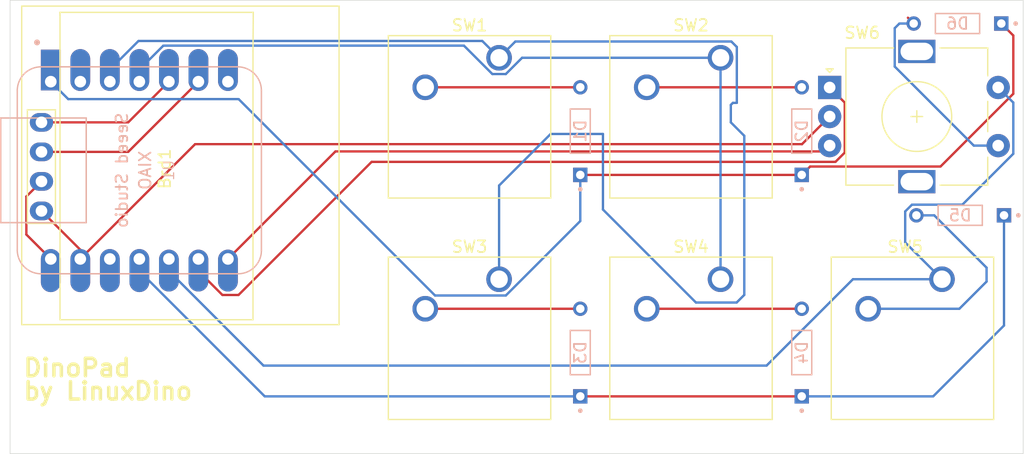
<source format=kicad_pcb>
(kicad_pcb (version 20240108) (generator "pcbnew") (generator_version "8.0")
  (layers (0 "F.Cu" signal) (31 "B.Cu" signal) (34 "B.Paste" user) (35 "F.Paste" user) (36 "B.SilkS" user "B.Silkscreen") (37 "F.SilkS" user "F.Silkscreen") (38 "B.Mask" user) (39 "F.Mask" user) (44 "Edge.Cuts" user))
  (net 0 "")
  (net 1 "GND")
  (net 2 "OLED_SCL")
  (net 3 "VCC")
  (net 4 "OLED_SDA")
  (net 5 "Row 0")
  (net 6 "Net-(D1-PadA)")
  (net 7 "Net-(D2-PadA)")
  (net 8 "Row 1")
  (net 9 "Net-(D3-PadA)")
  (net 10 "Net-(D4-PadA)")
  (net 11 "Net-(D5-PadA)")
  (net 12 "RSW_A")
  (net 13 "Column 0")
  (net 14 "Column 1")
  (net 15 "Column 2")
  (net 16 "RSW_B")
  (net 17 "RSW_S1")
  (net 21 "unconnected-(U1-PA4_A1_D1-Pad2)")
  (footprint "footprints:SSD1306 128x64 OLED" (layer "F.Cu") (at 110.295 83.215 90)
    (property "Reference" "Brd1" (at 0 0 90) (layer "F.SilkS"))
    (property "Value" "SSD1306")
    (fp_line (start 14 -12.3) (end 14 15) (stroke (width 0.12)) (layer "F.SilkS"))
    (fp_line (start -13.4 -12.3) (end 14 -12.3) (stroke (width 0.12)) (layer "F.SilkS"))
    (fp_line (start 5.08 -11.811) (end 5.08 -9.398) (stroke (width 0.12)) (layer "F.SilkS"))
    (fp_line (start -4.699 -11.811) (end 5.08 -11.811) (stroke (width 0.12)) (layer "F.SilkS"))
    (fp_line (start -4.699 -11.811) (end -4.699 -9.398) (stroke (width 0.12)) (layer "F.SilkS"))
    (fp_line (start 5.08 -9.398) (end -4.699 -9.398) (stroke (width 0.12)) (layer "F.SilkS"))
    (fp_line (start 13.462 -9.017) (end 13.208 -9.005) (stroke (width 0.12)) (layer "F.SilkS"))
    (fp_line (start 10.122 -9.005) (end 13.208 -9.005) (stroke (width 0.12)) (layer "F.SilkS"))
    (fp_line (start -12.978 -9.005) (end 10.122 -9.005) (stroke (width 0.12)) (layer "F.SilkS"))
    (fp_line (start 10.122 7.595) (end -12.978 7.595) (stroke (width 0.12)) (layer "F.SilkS"))
    (fp_line (start 10.122 7.595) (end 13.462 7.62) (stroke (width 0.12)) (layer "F.SilkS"))
    (fp_line (start -12.978 7.595) (end -12.978 -9.005) (stroke (width 0.12)) (layer "F.SilkS"))
    (fp_line (start 13.462 7.62) (end 13.462 -9.017) (stroke (width 0.12)) (layer "F.SilkS"))
    (fp_line (start 14 15) (end -13.4 15) (stroke (width 0.12)) (layer "F.SilkS"))
    (fp_line (start -13.4 15) (end -13.4 -12.3) (stroke (width 0.12)) (layer "F.SilkS"))
    (pad "1" thru_hole oval (at -3.62 -10.6 180) (size 2 1.6) (drill 1) (layers "*.Cu" "*.Mask") (net 1 "GND"))
    (pad "2" thru_hole oval (at -1.08 -10.6 180) (size 2 1.6) (drill 1) (layers "*.Cu" "*.Mask") (net 3 "VCC"))
    (pad "3" thru_hole oval (at 1.46 -10.6 180) (size 2 1.6) (drill 1) (layers "*.Cu" "*.Mask") (net 2 "OLED_SCL"))
    (pad "4" thru_hole oval (at 4 -10.6 180) (size 2 1.6) (drill 1) (layers "*.Cu" "*.Mask") (net 4 "OLED_SDA"))
  )
  (footprint "Button_Switch_Keyboard:SW_Cherry_MX_1.00u_PCB" (layer "F.Cu") (at 139.06 73.66)
    (property "Reference" "SW1" (at -2.54 -2.794 0) (layer "F.SilkS"))
    (property "Value" "SW_Push")
    (fp_line (start -9.525 -1.905) (end 4.445 -1.905) (stroke (width 0.12)) (layer "F.SilkS"))
    (fp_line (start -9.525 12.065) (end -9.525 -1.905) (stroke (width 0.12)) (layer "F.SilkS"))
    (fp_line (start 4.445 -1.905) (end 4.445 12.065) (stroke (width 0.12)) (layer "F.SilkS"))
    (fp_line (start 4.445 12.065) (end -9.525 12.065) (stroke (width 0.12)) (layer "F.SilkS"))
    (pad "" np_thru_hole circle (at -7.62 5.08) (size 1.7 1.7) (drill 1.7) (layers "*.Cu" "*.Mask"))
    (pad "" np_thru_hole circle (at -2.54 5.08) (size 4 4) (drill 4) (layers "*.Cu" "*.Mask"))
    (pad "" np_thru_hole circle (at 2.54 5.08) (size 1.7 1.7) (drill 1.7) (layers "*.Cu" "*.Mask"))
    (pad "1" thru_hole circle (at 0 0) (size 2.2 2.2) (drill 1.5) (layers "*.Cu" "*.Mask") (net 13 "Column 0"))
    (pad "2" thru_hole circle (at -6.35 2.54) (size 2.2 2.2) (drill 1.5) (layers "*.Cu" "*.Mask") (net 6 "Net-(D1-PadA)"))
  )
  (footprint "Button_Switch_Keyboard:SW_Cherry_MX_1.00u_PCB" (layer "F.Cu") (at 139.06 92.71)
    (property "Reference" "SW3" (at -2.54 -2.794 0) (layer "F.SilkS"))
    (property "Value" "SW_Push")
    (fp_line (start -9.525 -1.905) (end 4.445 -1.905) (stroke (width 0.12)) (layer "F.SilkS"))
    (fp_line (start -9.525 12.065) (end -9.525 -1.905) (stroke (width 0.12)) (layer "F.SilkS"))
    (fp_line (start 4.445 -1.905) (end 4.445 12.065) (stroke (width 0.12)) (layer "F.SilkS"))
    (fp_line (start 4.445 12.065) (end -9.525 12.065) (stroke (width 0.12)) (layer "F.SilkS"))
    (pad "" np_thru_hole circle (at -7.62 5.08) (size 1.7 1.7) (drill 1.7) (layers "*.Cu" "*.Mask"))
    (pad "" np_thru_hole circle (at -2.54 5.08) (size 4 4) (drill 4) (layers "*.Cu" "*.Mask"))
    (pad "" np_thru_hole circle (at 2.54 5.08) (size 1.7 1.7) (drill 1.7) (layers "*.Cu" "*.Mask"))
    (pad "1" thru_hole circle (at 0 0) (size 2.2 2.2) (drill 1.5) (layers "*.Cu" "*.Mask") (net 13 "Column 0"))
    (pad "2" thru_hole circle (at -6.35 2.54) (size 2.2 2.2) (drill 1.5) (layers "*.Cu" "*.Mask") (net 9 "Net-(D3-PadA)"))
  )
  (footprint "Rotary_Encoder:RotaryEncoder_Alps_EC11E-Switch_Vertical_H20mm" (layer "F.Cu") (at 167.495 76.215)
    (property "Reference" "SW6" (at 2.8 -4.7 0) (layer "F.SilkS"))
    (property "Value" "RotaryEncoder_Switch")
    (fp_line (start -0.3 -1.6) (end 0.3 -1.6) (stroke (width 0.12)) (layer "F.SilkS"))
    (fp_line (start 0 -1.3) (end -0.3 -1.6) (stroke (width 0.12)) (layer "F.SilkS"))
    (fp_line (start 0.3 -1.6) (end 0 -1.3) (stroke (width 0.12)) (layer "F.SilkS"))
    (fp_line (start 1.4 -3.4) (end 1.4 8.4) (stroke (width 0.12)) (layer "F.SilkS"))
    (fp_line (start 5.5 -3.4) (end 1.4 -3.4) (stroke (width 0.12)) (layer "F.SilkS"))
    (fp_line (start 5.5 8.4) (end 1.4 8.4) (stroke (width 0.12)) (layer "F.SilkS"))
    (fp_line (start 7 2.5) (end 8 2.5) (stroke (width 0.12)) (layer "F.SilkS"))
    (fp_line (start 7.5 2) (end 7.5 3) (stroke (width 0.12)) (layer "F.SilkS"))
    (fp_line (start 9.5 -3.4) (end 13.6 -3.4) (stroke (width 0.12)) (layer "F.SilkS"))
    (fp_line (start 13.6 -3.4) (end 13.6 -1) (stroke (width 0.12)) (layer "F.SilkS"))
    (fp_line (start 13.6 1.2) (end 13.6 3.8) (stroke (width 0.12)) (layer "F.SilkS"))
    (fp_line (start 13.6 6) (end 13.6 8.4) (stroke (width 0.12)) (layer "F.SilkS"))
    (fp_line (start 13.6 8.4) (end 9.5 8.4) (stroke (width 0.12)) (layer "F.SilkS"))
    (fp_circle (center 7.5 2.5) (end 10.5 2.5) (stroke (width 0.12)) (fill none) (layer "F.SilkS"))
    (pad "A" thru_hole rect (at 0 0) (size 2 2) (drill 1) (layers "*.Cu" "*.Mask") (net 12 "RSW_A"))
    (pad "B" thru_hole circle (at 0 5) (size 2 2) (drill 1) (layers "*.Cu" "*.Mask") (net 16 "RSW_B"))
    (pad "C" thru_hole circle (at 0 2.5) (size 2 2) (drill 1) (layers "*.Cu" "*.Mask") (net 1 "GND"))
    (pad "MP" thru_hole rect (at 7.5 -3.1) (size 3.2 2) (drill oval 2.8 1.5) (layers "*.Cu" "*.Mask"))
    (pad "MP" thru_hole rect (at 7.5 8.1) (size 3.2 2) (drill oval 2.8 1.5) (layers "*.Cu" "*.Mask"))
    (pad "S1" thru_hole circle (at 14.5 5) (size 2 2) (drill 1) (layers "*.Cu" "*.Mask") (net 17 "RSW_S1"))
    (pad "S2" thru_hole circle (at 14.5 0) (size 2 2) (drill 1) (layers "*.Cu" "*.Mask") (net 15 "Column 2"))
  )
  (footprint "Button_Switch_Keyboard:SW_Cherry_MX_1.00u_PCB" (layer "F.Cu") (at 177.16 92.71)
    (property "Reference" "SW5" (at -3.165 -2.794 0) (layer "F.SilkS"))
    (property "Value" "SW_Push")
    (fp_line (start -9.525 -1.905) (end 4.445 -1.905) (stroke (width 0.12)) (layer "F.SilkS"))
    (fp_line (start -9.525 12.065) (end -9.525 -1.905) (stroke (width 0.12)) (layer "F.SilkS"))
    (fp_line (start 4.445 -1.905) (end 4.445 12.065) (stroke (width 0.12)) (layer "F.SilkS"))
    (fp_line (start 4.445 12.065) (end -9.525 12.065) (stroke (width 0.12)) (layer "F.SilkS"))
    (pad "" np_thru_hole circle (at -7.62 5.08) (size 1.7 1.7) (drill 1.7) (layers "*.Cu" "*.Mask"))
    (pad "" np_thru_hole circle (at -2.54 5.08) (size 4 4) (drill 4) (layers "*.Cu" "*.Mask"))
    (pad "" np_thru_hole circle (at 2.54 5.08) (size 1.7 1.7) (drill 1.7) (layers "*.Cu" "*.Mask"))
    (pad "1" thru_hole circle (at 0 0) (size 2.2 2.2) (drill 1.5) (layers "*.Cu" "*.Mask") (net 15 "Column 2"))
    (pad "2" thru_hole circle (at -6.35 2.54) (size 2.2 2.2) (drill 1.5) (layers "*.Cu" "*.Mask") (net 11 "Net-(D5-PadA)"))
  )
  (footprint "Button_Switch_Keyboard:SW_Cherry_MX_1.00u_PCB" (layer "F.Cu") (at 158.11 92.71)
    (property "Reference" "SW4" (at -2.54 -2.794 0) (layer "F.SilkS"))
    (property "Value" "SW_Push")
    (fp_line (start -9.525 -1.905) (end 4.445 -1.905) (stroke (width 0.12)) (layer "F.SilkS"))
    (fp_line (start -9.525 12.065) (end -9.525 -1.905) (stroke (width 0.12)) (layer "F.SilkS"))
    (fp_line (start 4.445 -1.905) (end 4.445 12.065) (stroke (width 0.12)) (layer "F.SilkS"))
    (fp_line (start 4.445 12.065) (end -9.525 12.065) (stroke (width 0.12)) (layer "F.SilkS"))
    (pad "" np_thru_hole circle (at -7.62 5.08) (size 1.7 1.7) (drill 1.7) (layers "*.Cu" "*.Mask"))
    (pad "" np_thru_hole circle (at -2.54 5.08) (size 4 4) (drill 4) (layers "*.Cu" "*.Mask"))
    (pad "" np_thru_hole circle (at 2.54 5.08) (size 1.7 1.7) (drill 1.7) (layers "*.Cu" "*.Mask"))
    (pad "1" thru_hole circle (at 0 0) (size 2.2 2.2) (drill 1.5) (layers "*.Cu" "*.Mask") (net 14 "Column 1"))
    (pad "2" thru_hole circle (at -6.35 2.54) (size 2.2 2.2) (drill 1.5) (layers "*.Cu" "*.Mask") (net 10 "Net-(D4-PadA)"))
  )
  (footprint "Button_Switch_Keyboard:SW_Cherry_MX_1.00u_PCB" (layer "F.Cu") (at 158.11 73.66)
    (property "Reference" "SW2" (at -2.54 -2.794 0) (layer "F.SilkS"))
    (property "Value" "SW_Push")
    (fp_line (start -9.525 -1.905) (end 4.445 -1.905) (stroke (width 0.12)) (layer "F.SilkS"))
    (fp_line (start -9.525 12.065) (end -9.525 -1.905) (stroke (width 0.12)) (layer "F.SilkS"))
    (fp_line (start 4.445 -1.905) (end 4.445 12.065) (stroke (width 0.12)) (layer "F.SilkS"))
    (fp_line (start 4.445 12.065) (end -9.525 12.065) (stroke (width 0.12)) (layer "F.SilkS"))
    (pad "" np_thru_hole circle (at -7.62 5.08) (size 1.7 1.7) (drill 1.7) (layers "*.Cu" "*.Mask"))
    (pad "" np_thru_hole circle (at -2.54 5.08) (size 4 4) (drill 4) (layers "*.Cu" "*.Mask"))
    (pad "" np_thru_hole circle (at 2.54 5.08) (size 1.7 1.7) (drill 1.7) (layers "*.Cu" "*.Mask"))
    (pad "1" thru_hole circle (at 0 0) (size 2.2 2.2) (drill 1.5) (layers "*.Cu" "*.Mask") (net 14 "Column 1"))
    (pad "2" thru_hole circle (at -6.35 2.54) (size 2.2 2.2) (drill 1.5) (layers "*.Cu" "*.Mask") (net 7 "Net-(D2-PadA)"))
  )
  (footprint "footprints:1N4148 Diode" (layer "B.Cu") (at 146.045 99.0185 90)
    (property "Reference" "D3" (at 0 0 90) (layer "B.SilkS") (effects (justify mirror)))
    (property "Value" "1N4148")
    (fp_line (start 1.9025 -0.86) (end 1.9025 0.86) (stroke (width 0.127)) (layer "B.SilkS"))
    (fp_line (start -1.9025 -0.86) (end 1.9025 -0.86) (stroke (width 0.127)) (layer "B.SilkS"))
    (fp_line (start 1.9025 0.86) (end -1.9025 0.86) (stroke (width 0.127)) (layer "B.SilkS"))
    (fp_line (start -1.9025 0.86) (end -1.9025 -0.86) (stroke (width 0.127)) (layer "B.SilkS"))
    (fp_circle (center -5 0) (end -4.9 0) (stroke (width 0.2)) (fill none) (layer "B.SilkS"))
    (pad "A" thru_hole circle (at 3.7685 0 90) (size 1.238 1.238) (drill 0.73) (layers "*.Cu" "*.Mask") (net 9 "Net-(D3-PadA)"))
    (pad "K" thru_hole rect (at -3.7685 0 90) (size 1.238 1.238) (drill 0.73) (layers "*.Cu" "*.Mask") (net 8 "Row 1"))
  )
  (footprint "footprints:1N4148 Diode" (layer "B.Cu") (at 178.495 70.715 180)
    (property "Reference" "D6" (at 0 0 0) (layer "B.SilkS") (effects (justify mirror)))
    (property "Value" "1N4148")
    (fp_line (start 1.9025 0.86) (end -1.9025 0.86) (stroke (width 0.127)) (layer "B.SilkS"))
    (fp_line (start 1.9025 -0.86) (end 1.9025 0.86) (stroke (width 0.127)) (layer "B.SilkS"))
    (fp_line (start -1.9025 0.86) (end -1.9025 -0.86) (stroke (width 0.127)) (layer "B.SilkS"))
    (fp_line (start -1.9025 -0.86) (end 1.9025 -0.86) (stroke (width 0.127)) (layer "B.SilkS"))
    (fp_circle (center -5 0) (end -4.9 0) (stroke (width 0.2)) (fill none) (layer "B.SilkS"))
    (pad "A" thru_hole circle (at 3.7685 0 180) (size 1.238 1.238) (drill 0.73) (layers "*.Cu" "*.Mask") (net 17 "RSW_S1"))
    (pad "K" thru_hole rect (at -3.7685 0 180) (size 1.238 1.238) (drill 0.73) (layers "*.Cu" "*.Mask") (net 5 "Row 0"))
  )
  (footprint "footprints:1N4148 Diode" (layer "B.Cu") (at 146.045 79.9685 90)
    (property "Reference" "D1" (at 0 0 90) (layer "B.SilkS") (effects (justify mirror)))
    (property "Value" "1N4148")
    (fp_line (start 1.9025 -0.86) (end 1.9025 0.86) (stroke (width 0.127)) (layer "B.SilkS"))
    (fp_line (start -1.9025 -0.86) (end 1.9025 -0.86) (stroke (width 0.127)) (layer "B.SilkS"))
    (fp_line (start 1.9025 0.86) (end -1.9025 0.86) (stroke (width 0.127)) (layer "B.SilkS"))
    (fp_line (start -1.9025 0.86) (end -1.9025 -0.86) (stroke (width 0.127)) (layer "B.SilkS"))
    (fp_circle (center -5 0) (end -4.9 0) (stroke (width 0.2)) (fill none) (layer "B.SilkS"))
    (pad "A" thru_hole circle (at 3.7685 0 90) (size 1.238 1.238) (drill 0.73) (layers "*.Cu" "*.Mask") (net 6 "Net-(D1-PadA)"))
    (pad "K" thru_hole rect (at -3.7685 0 90) (size 1.238 1.238) (drill 0.73) (layers "*.Cu" "*.Mask") (net 5 "Row 0"))
  )
  (footprint "footprints:1N4148 Diode" (layer "B.Cu") (at 165.095 99.0185 90)
    (property "Reference" "D4" (at 0 0 90) (layer "B.SilkS") (effects (justify mirror)))
    (property "Value" "1N4148")
    (fp_line (start 1.9025 -0.86) (end 1.9025 0.86) (stroke (width 0.127)) (layer "B.SilkS"))
    (fp_line (start -1.9025 -0.86) (end 1.9025 -0.86) (stroke (width 0.127)) (layer "B.SilkS"))
    (fp_line (start 1.9025 0.86) (end -1.9025 0.86) (stroke (width 0.127)) (layer "B.SilkS"))
    (fp_line (start -1.9025 0.86) (end -1.9025 -0.86) (stroke (width 0.127)) (layer "B.SilkS"))
    (fp_circle (center -5 0) (end -4.9 0) (stroke (width 0.2)) (fill none) (layer "B.SilkS"))
    (pad "A" thru_hole circle (at 3.7685 0 90) (size 1.238 1.238) (drill 0.73) (layers "*.Cu" "*.Mask") (net 10 "Net-(D4-PadA)"))
    (pad "K" thru_hole rect (at -3.7685 0 90) (size 1.238 1.238) (drill 0.73) (layers "*.Cu" "*.Mask") (net 8 "Row 1"))
  )
  (footprint "footprints:1N4148 Diode" (layer "B.Cu") (at 178.7265 87.215 180)
    (property "Reference" "D5" (at 0 0 0) (layer "B.SilkS") (effects (justify mirror)))
    (property "Value" "1N4148")
    (fp_line (start 1.9025 0.86) (end -1.9025 0.86) (stroke (width 0.127)) (layer "B.SilkS"))
    (fp_line (start 1.9025 -0.86) (end 1.9025 0.86) (stroke (width 0.127)) (layer "B.SilkS"))
    (fp_line (start -1.9025 0.86) (end -1.9025 -0.86) (stroke (width 0.127)) (layer "B.SilkS"))
    (fp_line (start -1.9025 -0.86) (end 1.9025 -0.86) (stroke (width 0.127)) (layer "B.SilkS"))
    (fp_circle (center -5 0) (end -4.9 0) (stroke (width 0.2)) (fill none) (layer "B.SilkS"))
    (pad "A" thru_hole circle (at 3.7685 0 180) (size 1.238 1.238) (drill 0.73) (layers "*.Cu" "*.Mask") (net 11 "Net-(D5-PadA)"))
    (pad "K" thru_hole rect (at -3.7685 0 180) (size 1.238 1.238) (drill 0.73) (layers "*.Cu" "*.Mask") (net 8 "Row 1"))
  )
  (footprint "footprints:1N4148 Diode" (layer "B.Cu") (at 165.095 79.9685 90)
    (property "Reference" "D2" (at 0 0 90) (layer "B.SilkS") (effects (justify mirror)))
    (property "Value" "1N4148")
    (fp_line (start 1.9025 -0.86) (end 1.9025 0.86) (stroke (width 0.127)) (layer "B.SilkS"))
    (fp_line (start -1.9025 -0.86) (end 1.9025 -0.86) (stroke (width 0.127)) (layer "B.SilkS"))
    (fp_line (start 1.9025 0.86) (end -1.9025 0.86) (stroke (width 0.127)) (layer "B.SilkS"))
    (fp_line (start -1.9025 0.86) (end -1.9025 -0.86) (stroke (width 0.127)) (layer "B.SilkS"))
    (fp_circle (center -5 0) (end -4.9 0) (stroke (width 0.2)) (fill none) (layer "B.SilkS"))
    (pad "A" thru_hole circle (at 3.7685 0 90) (size 1.238 1.238) (drill 0.73) (layers "*.Cu" "*.Mask") (net 7 "Net-(D2-PadA)"))
    (pad "K" thru_hole rect (at -3.7685 0 90) (size 1.238 1.238) (drill 0.73) (layers "*.Cu" "*.Mask") (net 5 "Row 0"))
  )
  (footprint "footprints:XIAO-Generic-Hybrid-14P-2.54-21X17.8MM" (layer "B.Cu") (at 108.115 83.34 -90)
    (property "Reference" "U1" (at 0 -2.54 90) (layer "B.SilkS") (effects (font (size 0.889 0.889) (thickness 0.1016)) (justify mirror)))
    (property "Value" "MOUDLE-SEEEDUINO-XIAO" (hide yes))
    (fp_line (start -4.5 11.92403) (end -4.5 4.57073) (stroke (width 0.127)) (layer "B.SilkS"))
    (fp_line (start 4.5 11.92403) (end -4.5 11.92403) (stroke (width 0.127)) (layer "B.SilkS"))
    (fp_line (start -6.9 10.49909) (end 6.9 10.49909) (stroke (width 0.127)) (layer "B.SilkS"))
    (fp_line (start 8.9 8.5) (end 8.9 -8.5) (stroke (width 0.127)) (layer "B.SilkS"))
    (fp_line (start -4.5 4.57073) (end 4.5 4.57073) (stroke (width 0.127)) (layer "B.SilkS"))
    (fp_line (start 4.5 4.57073) (end 4.5 11.92403) (stroke (width 0.127)) (layer "B.SilkS"))
    (fp_line (start -8.9 -8.5) (end -8.9 8.5) (stroke (width 0.127)) (layer "B.SilkS"))
    (fp_line (start 6.9 -10.5) (end -6.9 -10.5) (stroke (width 0.127)) (layer "B.SilkS"))
    (fp_arc (start -6.9 10.5) (mid -8.301491 9.901491) (end -8.9 8.5) (stroke (width 0.12)) (layer "B.SilkS"))
    (fp_arc (start 8.9 8.5) (mid 8.301492 9.901492) (end 6.9 10.5) (stroke (width 0.12)) (layer "B.SilkS"))
    (fp_arc (start -8.9 -8.5) (mid -8.301423 -9.901423) (end -6.9 -10.5) (stroke (width 0.12)) (layer "B.SilkS"))
    (fp_arc (start 6.9 -10.5) (mid 8.314214 -9.914214) (end 8.9 -8.5) (stroke (width 0.12)) (layer "B.SilkS"))
    (fp_circle (center -11 8.8) (end -11 9.054) (fill solid) (layer "B.SilkS"))
    (fp_poly (pts (xy -8.887715 8.561705) (xy -8.884667 8.610473) (xy -8.880603 8.659494)) (stroke (width 0.0254)) (fill none) (layer "B.SilkS"))
    (fp_poly (pts (xy 8.889492 -8.521574) (xy 8.887713 -8.57085) (xy 8.884665 -8.619618) (xy 8.880601 -8.668639) (xy 8.875268 -8.717407) (xy 8.868664 -8.766175) (xy 8.861044 -8.81469) (xy 8.852153 -8.86295) (xy 8.842248 -8.910955)) (stroke (width 0.0254)) (fill none) (layer "B.SilkS"))
    (fp_text user "Seeed Studio" (at 0 1.5 90) (layer "B.SilkS") (effects (justify mirror)))
    (fp_text user "XIAO" (at 0 -0.5 90) (layer "B.SilkS") (effects (justify mirror)))
    (pad "1" thru_hole rect (at -7.625 7.62 270) (size 3.5 1.7) (drill 1 (offset -1 0)) (layers "*.Cu" "*.Mask") (net 5 "Row 0"))
    (pad "2" thru_hole oval (at -7.625 5.08 270) (size 3.6 1.7) (drill 1 (offset -1 0)) (layers "*.Cu" "*.Mask") (net 21 "unconnected-(U1-PA4_A1_D1-Pad2)"))
    (pad "3" thru_hole oval (at -7.625 2.54 270) (size 3.6 1.7) (drill 1 (offset -1 0)) (layers "*.Cu" "*.Mask") (net 13 "Column 0"))
    (pad "4" thru_hole oval (at -7.625 0 270) (size 3.6 1.7) (drill 1 (offset -1 0)) (layers "*.Cu" "*.Mask") (net 14 "Column 1"))
    (pad "5" thru_hole oval (at -7.625 -2.54 270) (size 3.6 1.7) (drill 1 (offset -1 0)) (layers "*.Cu" "*.Mask") (net 4 "OLED_SDA"))
    (pad "6" thru_hole oval (at -7.625 -5.08 90) (size 3.6 1.7) (drill 1 (offset 1 0)) (layers "*.Cu" "*.Mask") (net 2 "OLED_SCL"))
    (pad "7" thru_hole oval (at -7.625 -7.62 270) (size 3.6 1.7) (drill 1 (offset -1 0)) (layers "*.Cu" "*.Mask"))
    (pad "8" thru_hole oval (at 7.625 -7.62 270) (size 3.6 1.7) (drill 1 (offset 1 0)) (layers "*.Cu" "*.Mask") (net 16 "RSW_B"))
    (pad "9" thru_hole oval (at 7.625 -5.08 270) (size 3.6 1.7) (drill 1 (offset 1 0)) (layers "*.Cu" "*.Mask") (net 12 "RSW_A"))
    (pad "10" thru_hole oval (at 7.625 -2.54 270) (size 3.6 1.7) (drill 1 (offset 1 0)) (layers "*.Cu" "*.Mask") (net 15 "Column 2"))
    (pad "11" thru_hole oval (at 7.625 0 270) (size 3.7 1.7) (drill 1 (offset 1 0)) (layers "*.Cu" "*.Mask") (net 8 "Row 1"))
    (pad "12" thru_hole oval (at 7.625 2.54 270) (size 3.7 1.7) (drill 1 (offset 1 0)) (layers "*.Cu" "*.Mask"))
    (pad "13" thru_hole oval (at 7.625 5.08 270) (size 3.7 1.7) (drill 1 (offset 1 0)) (layers "*.Cu" "*.Mask") (net 1 "GND"))
    (pad "14" thru_hole oval (at 7.625 7.62 270) (size 3.7 1.7) (drill 1 (offset 1 0)) (layers "*.Cu" "*.Mask") (net 3 "VCC"))
  )
  (gr_rect (start 96.995 68.715) (end 184.145 107.715) (stroke (width 0.05)) (fill none) (layer "Edge.Cuts"))
  (gr_text "DinoPad" (at 97.995 101.215 0) (layer "F.SilkS") (effects (font (size 1.5 1.5) (thickness 0.3) (bold yes)) (justify left bottom)))
  (gr_text "by LinuxDino\n" (at 97.995 103.215 0) (layer "F.SilkS") (effects (font (size 1.5 1.5) (thickness 0.3) (bold yes)) (justify left bottom)))
  (segment (start 165.12 81.09) (end 112.91 81.09) (width 0.2) (layer "F.Cu") (net 1))
  (segment (start 112.91 81.09) (end 103.035 90.965) (width 0.2) (layer "F.Cu") (net 1))
  (segment (start 167.495 78.715) (end 165.12 81.09) (width 0.2) (layer "F.Cu") (net 1))
  (segment (start 99.695 86.835) (end 103.035 90.175) (width 0.2) (layer "F.Cu") (net 1))
  (segment (start 103.035 90.175) (end 103.035 90.965) (width 0.2) (layer "F.Cu") (net 1))
  (segment (start 107.155 81.755) (end 113.195 75.715) (width 0.2) (layer "F.Cu") (net 2))
  (segment (start 99.695 81.755) (end 107.155 81.755) (width 0.2) (layer "F.Cu") (net 2))
  (segment (start 98.395 85.595) (end 98.395 88.865) (width 0.2) (layer "F.Cu") (net 3))
  (segment (start 98.395 88.865) (end 100.495 90.965) (width 0.2) (layer "F.Cu") (net 3))
  (segment (start 99.695 84.295) (end 98.395 85.595) (width 0.2) (layer "F.Cu") (net 3))
  (segment (start 99.695 79.215) (end 107.155 79.215) (width 0.2) (layer "F.Cu") (net 4))
  (segment (start 107.155 79.215) (end 110.655 75.715) (width 0.2) (layer "F.Cu") (net 4))
  (segment (start 177.033478 83.015) (end 165.817 83.015) (width 0.2) (layer "F.Cu") (net 5))
  (segment (start 165.095 83.737) (end 146.045 83.737) (width 0.2) (layer "F.Cu") (net 5))
  (segment (start 183.295 76.753478) (end 177.033478 83.015) (width 0.2) (layer "F.Cu") (net 5))
  (segment (start 183.295 71.7465) (end 183.295 76.753478) (width 0.2) (layer "F.Cu") (net 5))
  (segment (start 182.2635 70.715) (end 183.295 71.7465) (width 0.2) (layer "F.Cu") (net 5))
  (segment (start 165.817 83.015) (end 165.095 83.737) (width 0.2) (layer "F.Cu") (net 5))
  (segment (start 139.639899 94.11) (end 133.549899 94.11) (width 0.2) (layer "B.Cu") (net 5))
  (segment (start 133.549899 94.11) (end 116.654899 77.215) (width 0.2) (layer "B.Cu") (net 5))
  (segment (start 146.045 87.704899) (end 139.639899 94.11) (width 0.2) (layer "B.Cu") (net 5))
  (segment (start 146.045 83.737) (end 146.045 87.704899) (width 0.2) (layer "B.Cu") (net 5))
  (segment (start 116.654899 77.215) (end 101.995 77.215) (width 0.2) (layer "B.Cu") (net 5))
  (segment (start 101.995 77.215) (end 100.495 75.715) (width 0.2) (layer "B.Cu") (net 5))
  (segment (start 146.045 76.2) (end 132.71 76.2) (width 0.2) (layer "F.Cu") (net 6))
  (segment (start 151.76 76.2) (end 165.095 76.2) (width 0.2) (layer "F.Cu") (net 7))
  (segment (start 146.045 102.787) (end 165.095 102.787) (width 0.2) (layer "F.Cu") (net 8))
  (segment (start 118.900654 102.787) (end 108.115 92.001346) (width 0.2) (layer "B.Cu") (net 8))
  (segment (start 108.115 92.001346) (end 108.115 90.965) (width 0.2) (layer "B.Cu") (net 8))
  (segment (start 146.045 102.787) (end 118.900654 102.787) (width 0.2) (layer "B.Cu") (net 8))
  (segment (start 176.400056 102.787) (end 165.095 102.787) (width 0.2) (layer "B.Cu") (net 8))
  (segment (start 182.495 96.692056) (end 176.400056 102.787) (width 0.2) (layer "B.Cu") (net 8))
  (segment (start 182.495 87.215) (end 182.495 96.692056) (width 0.2) (layer "B.Cu") (net 8))
  (segment (start 132.71 95.25) (end 146.045 95.25) (width 0.2) (layer "F.Cu") (net 9))
  (segment (start 151.76 95.25) (end 165.095 95.25) (width 0.2) (layer "F.Cu") (net 10))
  (segment (start 180.995 92.91) (end 178.655 95.25) (width 0.2) (layer "B.Cu") (net 11))
  (segment (start 180.995 91.715) (end 180.995 92.91) (width 0.2) (layer "B.Cu") (net 11))
  (segment (start 178.655 95.25) (end 170.81 95.25) (width 0.2) (layer "B.Cu") (net 11))
  (segment (start 174.958 87.215) (end 176.495 87.215) (width 0.2) (layer "B.Cu") (net 11))
  (segment (start 176.495 87.215) (end 180.995 91.715) (width 0.2) (layer "B.Cu") (net 11))
  (segment (start 116.645 94.065) (end 115.258654 94.065) (width 0.2) (layer "F.Cu") (net 12))
  (segment (start 115.258654 94.065) (end 113.195 92.001346) (width 0.2) (layer "F.Cu") (net 12))
  (segment (start 113.195 92.415) (end 113.195 90.965) (width 0.2) (layer "F.Cu") (net 12))
  (segment (start 168.795 81.815) (end 167.995 82.615) (width 0.2) (layer "F.Cu") (net 12))
  (segment (start 167.495 76.215) (end 168.795 77.515) (width 0.2) (layer "F.Cu") (net 12))
  (segment (start 128.095 82.615) (end 116.645 94.065) (width 0.2) (layer "F.Cu") (net 12))
  (segment (start 167.995 82.615) (end 128.095 82.615) (width 0.2) (layer "F.Cu") (net 12))
  (segment (start 113.195 92.001346) (end 113.195 90.965) (width 0.2) (layer "F.Cu") (net 12))
  (segment (start 168.795 77.515) (end 168.795 81.815) (width 0.2) (layer "F.Cu") (net 12))
  (segment (start 159.04 72.26) (end 140.46 72.26) (width 0.2) (layer "B.Cu") (net 13))
  (segment (start 147.995 86.715) (end 155.995 94.715) (width 0.2) (layer "B.Cu") (net 13))
  (segment (start 108.038654 72.215) (end 105.575 74.678654) (width 0.2) (layer "B.Cu") (net 13))
  (segment (start 160.152944 94.057056) (end 160.152944 80.372944) (width 0.2) (layer "B.Cu") (net 13))
  (segment (start 159.17 77.54) (end 159.51 77.54) (width 0.2) (layer "B.Cu") (net 13))
  (segment (start 159.495 94.715) (end 160.152944 94.057056) (width 0.2) (layer "B.Cu") (net 13))
  (segment (start 139.06 84.65) (end 143.495 80.215) (width 0.2) (layer "B.Cu") (net 13))
  (segment (start 139.06 92.71) (end 139.06 84.65) (width 0.2) (layer "B.Cu") (net 13))
  (segment (start 143.495 80.215) (end 147.995 80.215) (width 0.2) (layer "B.Cu") (net 13))
  (segment (start 155.995 94.715) (end 159.495 94.715) (width 0.2) (layer "B.Cu") (net 13))
  (segment (start 158.995 77.715) (end 159.17 77.54) (width 0.2) (layer "B.Cu") (net 13))
  (segment (start 159.51 72.73) (end 159.04 72.26) (width 0.2) (layer "B.Cu") (net 13))
  (segment (start 159.51 77.54) (end 159.51 72.73) (width 0.2) (layer "B.Cu") (net 13))
  (segment (start 140.46 72.26) (end 139.06 73.66) (width 0.2) (layer "B.Cu") (net 13))
  (segment (start 137.615 72.215) (end 108.038654 72.215) (width 0.2) (layer "B.Cu") (net 13))
  (segment (start 139.06 73.66) (end 137.615 72.215) (width 0.2) (layer "B.Cu") (net 13))
  (segment (start 158.995 79.215) (end 158.995 77.715) (width 0.2) (layer "B.Cu") (net 13))
  (segment (start 147.995 80.215) (end 147.995 86.715) (width 0.2) (layer "B.Cu") (net 13))
  (segment (start 105.575 74.678654) (end 105.575 75.715) (width 0.2) (layer "B.Cu") (net 13))
  (segment (start 160.152944 80.372944) (end 158.995 79.215) (width 0.2) (layer "B.Cu") (net 13))
  (segment (start 110.178654 72.615) (end 108.115 74.678654) (width 0.2) (layer "B.Cu") (net 14))
  (segment (start 141.039899 73.66) (end 139.639899 75.06) (width 0.2) (layer "B.Cu") (net 14))
  (segment (start 136.035101 72.615) (end 110.178654 72.615) (width 0.2) (layer "B.Cu") (net 14))
  (segment (start 158.11 73.66) (end 141.039899 73.66) (width 0.2) (layer "B.Cu") (net 14))
  (segment (start 138.480101 75.06) (end 136.035101 72.615) (width 0.2) (layer "B.Cu") (net 14))
  (segment (start 158.11 92.71) (end 158.11 73.66) (width 0.2) (layer "B.Cu") (net 14))
  (segment (start 139.639899 75.06) (end 138.480101 75.06) (width 0.2) (layer "B.Cu") (net 14))
  (segment (start 108.115 74.678654) (end 108.115 75.715) (width 0.2) (layer "B.Cu") (net 14))
  (segment (start 181.995 76.215) (end 183.295 77.515) (width 0.2) (layer "B.Cu") (net 15))
  (segment (start 173.995 86.878337) (end 173.995 89.545) (width 0.2) (layer "B.Cu") (net 15))
  (segment (start 118.793654 100.14) (end 110.655 92.001346) (width 0.2) (layer "B.Cu") (net 15))
  (segment (start 162.07 100.14) (end 118.793654 100.14) (width 0.2) (layer "B.Cu") (net 15))
  (segment (start 110.655 92.001346) (end 110.655 90.965) (width 0.2) (layer "B.Cu") (net 15))
  (segment (start 183.295 77.515) (end 183.295 81.915) (width 0.2) (layer "B.Cu") (net 15))
  (segment (start 169.5 92.71) (end 162.07 100.14) (width 0.2) (layer "B.Cu") (net 15))
  (segment (start 177.16 92.71) (end 169.5 92.71) (width 0.2) (layer "B.Cu") (net 15))
  (segment (start 178.914 86.296) (end 174.577337 86.296) (width 0.2) (layer "B.Cu") (net 15))
  (segment (start 174.577337 86.296) (end 173.995 86.878337) (width 0.2) (layer "B.Cu") (net 15))
  (segment (start 173.995 89.545) (end 177.16 92.71) (width 0.2) (layer "B.Cu") (net 15))
  (segment (start 183.295 81.915) (end 178.914 86.296) (width 0.2) (layer "B.Cu") (net 15))
  (segment (start 115.735 90.965) (end 124.985 81.715) (width 0.2) (layer "F.Cu") (net 16))
  (segment (start 124.985 81.715) (end 166.995 81.715) (width 0.2) (layer "F.Cu") (net 16))
  (segment (start 166.995 81.715) (end 167.495 81.215) (width 0.2) (layer "F.Cu") (net 16))
  (segment (start 174.2265 70.215) (end 174.7265 70.715) (width 0.2) (layer "F.Cu") (net 17))
  (segment (start 173.495 70.715) (end 174.7265 70.715) (width 0.2) (layer "B.Cu") (net 17))
  (segment (start 173.095 71.115) (end 173.495 70.715) (width 0.2) (layer "B.Cu") (net 17))
  (segment (start 179.895 81.215) (end 173.095 74.415) (width 0.2) (layer "B.Cu") (net 17))
  (segment (start 181.995 81.215) (end 179.895 81.215) (width 0.2) (layer "B.Cu") (net 17))
  (segment (start 173.095 74.415) (end 173.095 71.115) (width 0.2) (layer "B.Cu") (net 17))
  (segment (start 103.035 74.055) (end 103.035 75.715) (width 0.2) (layer "B.Cu") (net 21))
)
</source>
